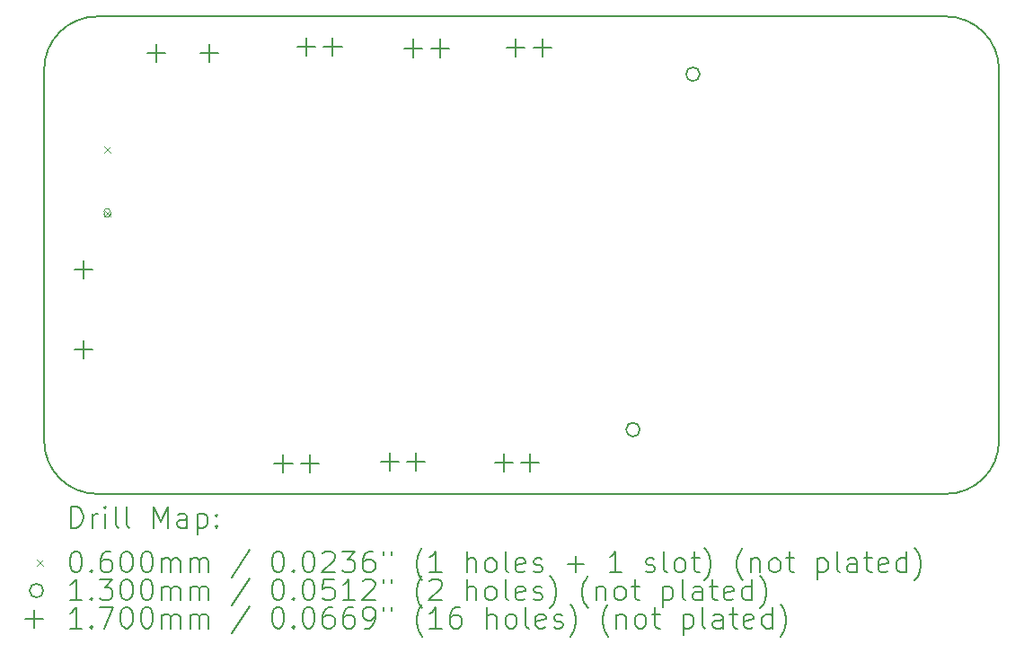
<source format=gbr>
%TF.GenerationSoftware,KiCad,Pcbnew,8.0.3*%
%TF.CreationDate,2024-07-31T22:40:02+02:00*%
%TF.ProjectId,hw-tele-stern,68772d74-656c-4652-9d73-7465726e2e6b,rev2 w/ output diodes*%
%TF.SameCoordinates,Original*%
%TF.FileFunction,Drillmap*%
%TF.FilePolarity,Positive*%
%FSLAX45Y45*%
G04 Gerber Fmt 4.5, Leading zero omitted, Abs format (unit mm)*
G04 Created by KiCad (PCBNEW 8.0.3) date 2024-07-31 22:40:02*
%MOMM*%
%LPD*%
G01*
G04 APERTURE LIST*
%ADD10C,0.155000*%
%ADD11C,0.200000*%
%ADD12C,0.100000*%
%ADD13C,0.130000*%
%ADD14C,0.170000*%
G04 APERTURE END LIST*
D10*
X8745890Y-11681382D02*
X8745890Y-8181382D01*
X17245890Y-7681382D02*
G75*
G02*
X17745888Y-8181382I1J-499998D01*
G01*
X8745890Y-8181382D02*
G75*
G02*
X9245890Y-7681379I500001J2D01*
G01*
X17745890Y-8181382D02*
X17745890Y-11681382D01*
X17245890Y-12181382D02*
X9245890Y-12181382D01*
X17745890Y-11681382D02*
G75*
G02*
X17245890Y-12181379I-500000J2D01*
G01*
X9245890Y-12181382D02*
G75*
G02*
X8745888Y-11681382I1J500002D01*
G01*
X9245890Y-7681382D02*
X17245890Y-7681382D01*
D11*
D12*
X9309000Y-8903200D02*
X9369000Y-8963200D01*
X9369000Y-8903200D02*
X9309000Y-8963200D01*
X9309000Y-9503200D02*
X9369000Y-9563200D01*
X9369000Y-9503200D02*
X9309000Y-9563200D01*
X9309000Y-9520700D02*
X9309000Y-9545700D01*
X9369000Y-9545700D02*
G75*
G02*
X9309000Y-9545700I-30000J0D01*
G01*
X9369000Y-9545700D02*
X9369000Y-9520700D01*
X9369000Y-9520700D02*
G75*
G03*
X9309000Y-9520700I-30000J0D01*
G01*
D13*
X14360889Y-11575382D02*
G75*
G02*
X14230889Y-11575382I-65000J0D01*
G01*
X14230889Y-11575382D02*
G75*
G02*
X14360889Y-11575382I65000J0D01*
G01*
X14925889Y-8225382D02*
G75*
G02*
X14795889Y-8225382I-65000J0D01*
G01*
X14795889Y-8225382D02*
G75*
G02*
X14925889Y-8225382I65000J0D01*
G01*
D14*
X9115140Y-9981382D02*
X9115140Y-10151382D01*
X9030140Y-10066382D02*
X9200140Y-10066382D01*
X9115140Y-10731382D02*
X9115140Y-10901382D01*
X9030140Y-10816382D02*
X9200140Y-10816382D01*
X9803890Y-7942382D02*
X9803890Y-8112382D01*
X9718890Y-8027382D02*
X9888890Y-8027382D01*
X10303890Y-7942382D02*
X10303890Y-8112382D01*
X10218890Y-8027382D02*
X10388890Y-8027382D01*
X11000686Y-11813636D02*
X11000686Y-11983636D01*
X10915686Y-11898636D02*
X11085686Y-11898636D01*
X11216389Y-7884132D02*
X11216389Y-8054132D01*
X11131390Y-7969132D02*
X11301389Y-7969132D01*
X11250686Y-11813636D02*
X11250686Y-11983636D01*
X11165686Y-11898636D02*
X11335686Y-11898636D01*
X11466389Y-7884132D02*
X11466389Y-8054132D01*
X11381389Y-7969132D02*
X11551389Y-7969132D01*
X12000686Y-11796136D02*
X12000686Y-11966136D01*
X11915686Y-11881136D02*
X12085686Y-11881136D01*
X12226389Y-7894132D02*
X12226389Y-8064132D01*
X12141389Y-7979132D02*
X12311389Y-7979132D01*
X12250686Y-11796136D02*
X12250686Y-11966136D01*
X12165686Y-11881136D02*
X12335686Y-11881136D01*
X12476389Y-7894132D02*
X12476389Y-8064132D01*
X12391389Y-7979132D02*
X12561389Y-7979132D01*
X13075686Y-11797636D02*
X13075686Y-11967636D01*
X12990686Y-11882636D02*
X13160686Y-11882636D01*
X13191389Y-7887132D02*
X13191389Y-8057132D01*
X13106389Y-7972132D02*
X13276389Y-7972132D01*
X13325686Y-11797636D02*
X13325686Y-11967636D01*
X13240686Y-11882636D02*
X13410686Y-11882636D01*
X13441389Y-7887132D02*
X13441389Y-8057132D01*
X13356389Y-7972132D02*
X13526389Y-7972132D01*
D11*
X8998916Y-12500616D02*
X8998916Y-12300616D01*
X8998916Y-12300616D02*
X9046535Y-12300616D01*
X9046535Y-12300616D02*
X9075107Y-12310140D01*
X9075107Y-12310140D02*
X9094154Y-12329187D01*
X9094154Y-12329187D02*
X9103678Y-12348235D01*
X9103678Y-12348235D02*
X9113202Y-12386330D01*
X9113202Y-12386330D02*
X9113202Y-12414902D01*
X9113202Y-12414902D02*
X9103678Y-12452997D01*
X9103678Y-12452997D02*
X9094154Y-12472045D01*
X9094154Y-12472045D02*
X9075107Y-12491092D01*
X9075107Y-12491092D02*
X9046535Y-12500616D01*
X9046535Y-12500616D02*
X8998916Y-12500616D01*
X9198916Y-12500616D02*
X9198916Y-12367283D01*
X9198916Y-12405378D02*
X9208440Y-12386330D01*
X9208440Y-12386330D02*
X9217964Y-12376806D01*
X9217964Y-12376806D02*
X9237012Y-12367283D01*
X9237012Y-12367283D02*
X9256059Y-12367283D01*
X9322726Y-12500616D02*
X9322726Y-12367283D01*
X9322726Y-12300616D02*
X9313202Y-12310140D01*
X9313202Y-12310140D02*
X9322726Y-12319664D01*
X9322726Y-12319664D02*
X9332250Y-12310140D01*
X9332250Y-12310140D02*
X9322726Y-12300616D01*
X9322726Y-12300616D02*
X9322726Y-12319664D01*
X9446535Y-12500616D02*
X9427488Y-12491092D01*
X9427488Y-12491092D02*
X9417964Y-12472045D01*
X9417964Y-12472045D02*
X9417964Y-12300616D01*
X9551297Y-12500616D02*
X9532250Y-12491092D01*
X9532250Y-12491092D02*
X9522726Y-12472045D01*
X9522726Y-12472045D02*
X9522726Y-12300616D01*
X9779869Y-12500616D02*
X9779869Y-12300616D01*
X9779869Y-12300616D02*
X9846535Y-12443473D01*
X9846535Y-12443473D02*
X9913202Y-12300616D01*
X9913202Y-12300616D02*
X9913202Y-12500616D01*
X10094154Y-12500616D02*
X10094154Y-12395854D01*
X10094154Y-12395854D02*
X10084631Y-12376806D01*
X10084631Y-12376806D02*
X10065583Y-12367283D01*
X10065583Y-12367283D02*
X10027488Y-12367283D01*
X10027488Y-12367283D02*
X10008440Y-12376806D01*
X10094154Y-12491092D02*
X10075107Y-12500616D01*
X10075107Y-12500616D02*
X10027488Y-12500616D01*
X10027488Y-12500616D02*
X10008440Y-12491092D01*
X10008440Y-12491092D02*
X9998916Y-12472045D01*
X9998916Y-12472045D02*
X9998916Y-12452997D01*
X9998916Y-12452997D02*
X10008440Y-12433949D01*
X10008440Y-12433949D02*
X10027488Y-12424426D01*
X10027488Y-12424426D02*
X10075107Y-12424426D01*
X10075107Y-12424426D02*
X10094154Y-12414902D01*
X10189393Y-12367283D02*
X10189393Y-12567283D01*
X10189393Y-12376806D02*
X10208440Y-12367283D01*
X10208440Y-12367283D02*
X10246535Y-12367283D01*
X10246535Y-12367283D02*
X10265583Y-12376806D01*
X10265583Y-12376806D02*
X10275107Y-12386330D01*
X10275107Y-12386330D02*
X10284631Y-12405378D01*
X10284631Y-12405378D02*
X10284631Y-12462521D01*
X10284631Y-12462521D02*
X10275107Y-12481568D01*
X10275107Y-12481568D02*
X10265583Y-12491092D01*
X10265583Y-12491092D02*
X10246535Y-12500616D01*
X10246535Y-12500616D02*
X10208440Y-12500616D01*
X10208440Y-12500616D02*
X10189393Y-12491092D01*
X10370345Y-12481568D02*
X10379869Y-12491092D01*
X10379869Y-12491092D02*
X10370345Y-12500616D01*
X10370345Y-12500616D02*
X10360821Y-12491092D01*
X10360821Y-12491092D02*
X10370345Y-12481568D01*
X10370345Y-12481568D02*
X10370345Y-12500616D01*
X10370345Y-12376806D02*
X10379869Y-12386330D01*
X10379869Y-12386330D02*
X10370345Y-12395854D01*
X10370345Y-12395854D02*
X10360821Y-12386330D01*
X10360821Y-12386330D02*
X10370345Y-12376806D01*
X10370345Y-12376806D02*
X10370345Y-12395854D01*
D12*
X8678140Y-12799132D02*
X8738140Y-12859132D01*
X8738140Y-12799132D02*
X8678140Y-12859132D01*
D11*
X9037012Y-12720616D02*
X9056059Y-12720616D01*
X9056059Y-12720616D02*
X9075107Y-12730140D01*
X9075107Y-12730140D02*
X9084631Y-12739664D01*
X9084631Y-12739664D02*
X9094154Y-12758711D01*
X9094154Y-12758711D02*
X9103678Y-12796806D01*
X9103678Y-12796806D02*
X9103678Y-12844426D01*
X9103678Y-12844426D02*
X9094154Y-12882521D01*
X9094154Y-12882521D02*
X9084631Y-12901568D01*
X9084631Y-12901568D02*
X9075107Y-12911092D01*
X9075107Y-12911092D02*
X9056059Y-12920616D01*
X9056059Y-12920616D02*
X9037012Y-12920616D01*
X9037012Y-12920616D02*
X9017964Y-12911092D01*
X9017964Y-12911092D02*
X9008440Y-12901568D01*
X9008440Y-12901568D02*
X8998916Y-12882521D01*
X8998916Y-12882521D02*
X8989393Y-12844426D01*
X8989393Y-12844426D02*
X8989393Y-12796806D01*
X8989393Y-12796806D02*
X8998916Y-12758711D01*
X8998916Y-12758711D02*
X9008440Y-12739664D01*
X9008440Y-12739664D02*
X9017964Y-12730140D01*
X9017964Y-12730140D02*
X9037012Y-12720616D01*
X9189393Y-12901568D02*
X9198916Y-12911092D01*
X9198916Y-12911092D02*
X9189393Y-12920616D01*
X9189393Y-12920616D02*
X9179869Y-12911092D01*
X9179869Y-12911092D02*
X9189393Y-12901568D01*
X9189393Y-12901568D02*
X9189393Y-12920616D01*
X9370345Y-12720616D02*
X9332250Y-12720616D01*
X9332250Y-12720616D02*
X9313202Y-12730140D01*
X9313202Y-12730140D02*
X9303678Y-12739664D01*
X9303678Y-12739664D02*
X9284631Y-12768235D01*
X9284631Y-12768235D02*
X9275107Y-12806330D01*
X9275107Y-12806330D02*
X9275107Y-12882521D01*
X9275107Y-12882521D02*
X9284631Y-12901568D01*
X9284631Y-12901568D02*
X9294154Y-12911092D01*
X9294154Y-12911092D02*
X9313202Y-12920616D01*
X9313202Y-12920616D02*
X9351297Y-12920616D01*
X9351297Y-12920616D02*
X9370345Y-12911092D01*
X9370345Y-12911092D02*
X9379869Y-12901568D01*
X9379869Y-12901568D02*
X9389393Y-12882521D01*
X9389393Y-12882521D02*
X9389393Y-12834902D01*
X9389393Y-12834902D02*
X9379869Y-12815854D01*
X9379869Y-12815854D02*
X9370345Y-12806330D01*
X9370345Y-12806330D02*
X9351297Y-12796806D01*
X9351297Y-12796806D02*
X9313202Y-12796806D01*
X9313202Y-12796806D02*
X9294154Y-12806330D01*
X9294154Y-12806330D02*
X9284631Y-12815854D01*
X9284631Y-12815854D02*
X9275107Y-12834902D01*
X9513202Y-12720616D02*
X9532250Y-12720616D01*
X9532250Y-12720616D02*
X9551297Y-12730140D01*
X9551297Y-12730140D02*
X9560821Y-12739664D01*
X9560821Y-12739664D02*
X9570345Y-12758711D01*
X9570345Y-12758711D02*
X9579869Y-12796806D01*
X9579869Y-12796806D02*
X9579869Y-12844426D01*
X9579869Y-12844426D02*
X9570345Y-12882521D01*
X9570345Y-12882521D02*
X9560821Y-12901568D01*
X9560821Y-12901568D02*
X9551297Y-12911092D01*
X9551297Y-12911092D02*
X9532250Y-12920616D01*
X9532250Y-12920616D02*
X9513202Y-12920616D01*
X9513202Y-12920616D02*
X9494154Y-12911092D01*
X9494154Y-12911092D02*
X9484631Y-12901568D01*
X9484631Y-12901568D02*
X9475107Y-12882521D01*
X9475107Y-12882521D02*
X9465583Y-12844426D01*
X9465583Y-12844426D02*
X9465583Y-12796806D01*
X9465583Y-12796806D02*
X9475107Y-12758711D01*
X9475107Y-12758711D02*
X9484631Y-12739664D01*
X9484631Y-12739664D02*
X9494154Y-12730140D01*
X9494154Y-12730140D02*
X9513202Y-12720616D01*
X9703678Y-12720616D02*
X9722726Y-12720616D01*
X9722726Y-12720616D02*
X9741774Y-12730140D01*
X9741774Y-12730140D02*
X9751297Y-12739664D01*
X9751297Y-12739664D02*
X9760821Y-12758711D01*
X9760821Y-12758711D02*
X9770345Y-12796806D01*
X9770345Y-12796806D02*
X9770345Y-12844426D01*
X9770345Y-12844426D02*
X9760821Y-12882521D01*
X9760821Y-12882521D02*
X9751297Y-12901568D01*
X9751297Y-12901568D02*
X9741774Y-12911092D01*
X9741774Y-12911092D02*
X9722726Y-12920616D01*
X9722726Y-12920616D02*
X9703678Y-12920616D01*
X9703678Y-12920616D02*
X9684631Y-12911092D01*
X9684631Y-12911092D02*
X9675107Y-12901568D01*
X9675107Y-12901568D02*
X9665583Y-12882521D01*
X9665583Y-12882521D02*
X9656059Y-12844426D01*
X9656059Y-12844426D02*
X9656059Y-12796806D01*
X9656059Y-12796806D02*
X9665583Y-12758711D01*
X9665583Y-12758711D02*
X9675107Y-12739664D01*
X9675107Y-12739664D02*
X9684631Y-12730140D01*
X9684631Y-12730140D02*
X9703678Y-12720616D01*
X9856059Y-12920616D02*
X9856059Y-12787283D01*
X9856059Y-12806330D02*
X9865583Y-12796806D01*
X9865583Y-12796806D02*
X9884631Y-12787283D01*
X9884631Y-12787283D02*
X9913202Y-12787283D01*
X9913202Y-12787283D02*
X9932250Y-12796806D01*
X9932250Y-12796806D02*
X9941774Y-12815854D01*
X9941774Y-12815854D02*
X9941774Y-12920616D01*
X9941774Y-12815854D02*
X9951297Y-12796806D01*
X9951297Y-12796806D02*
X9970345Y-12787283D01*
X9970345Y-12787283D02*
X9998916Y-12787283D01*
X9998916Y-12787283D02*
X10017964Y-12796806D01*
X10017964Y-12796806D02*
X10027488Y-12815854D01*
X10027488Y-12815854D02*
X10027488Y-12920616D01*
X10122726Y-12920616D02*
X10122726Y-12787283D01*
X10122726Y-12806330D02*
X10132250Y-12796806D01*
X10132250Y-12796806D02*
X10151297Y-12787283D01*
X10151297Y-12787283D02*
X10179869Y-12787283D01*
X10179869Y-12787283D02*
X10198916Y-12796806D01*
X10198916Y-12796806D02*
X10208440Y-12815854D01*
X10208440Y-12815854D02*
X10208440Y-12920616D01*
X10208440Y-12815854D02*
X10217964Y-12796806D01*
X10217964Y-12796806D02*
X10237012Y-12787283D01*
X10237012Y-12787283D02*
X10265583Y-12787283D01*
X10265583Y-12787283D02*
X10284631Y-12796806D01*
X10284631Y-12796806D02*
X10294155Y-12815854D01*
X10294155Y-12815854D02*
X10294155Y-12920616D01*
X10684631Y-12711092D02*
X10513202Y-12968235D01*
X10941774Y-12720616D02*
X10960821Y-12720616D01*
X10960821Y-12720616D02*
X10979869Y-12730140D01*
X10979869Y-12730140D02*
X10989393Y-12739664D01*
X10989393Y-12739664D02*
X10998917Y-12758711D01*
X10998917Y-12758711D02*
X11008440Y-12796806D01*
X11008440Y-12796806D02*
X11008440Y-12844426D01*
X11008440Y-12844426D02*
X10998917Y-12882521D01*
X10998917Y-12882521D02*
X10989393Y-12901568D01*
X10989393Y-12901568D02*
X10979869Y-12911092D01*
X10979869Y-12911092D02*
X10960821Y-12920616D01*
X10960821Y-12920616D02*
X10941774Y-12920616D01*
X10941774Y-12920616D02*
X10922726Y-12911092D01*
X10922726Y-12911092D02*
X10913202Y-12901568D01*
X10913202Y-12901568D02*
X10903678Y-12882521D01*
X10903678Y-12882521D02*
X10894155Y-12844426D01*
X10894155Y-12844426D02*
X10894155Y-12796806D01*
X10894155Y-12796806D02*
X10903678Y-12758711D01*
X10903678Y-12758711D02*
X10913202Y-12739664D01*
X10913202Y-12739664D02*
X10922726Y-12730140D01*
X10922726Y-12730140D02*
X10941774Y-12720616D01*
X11094155Y-12901568D02*
X11103678Y-12911092D01*
X11103678Y-12911092D02*
X11094155Y-12920616D01*
X11094155Y-12920616D02*
X11084631Y-12911092D01*
X11084631Y-12911092D02*
X11094155Y-12901568D01*
X11094155Y-12901568D02*
X11094155Y-12920616D01*
X11227488Y-12720616D02*
X11246536Y-12720616D01*
X11246536Y-12720616D02*
X11265583Y-12730140D01*
X11265583Y-12730140D02*
X11275107Y-12739664D01*
X11275107Y-12739664D02*
X11284631Y-12758711D01*
X11284631Y-12758711D02*
X11294155Y-12796806D01*
X11294155Y-12796806D02*
X11294155Y-12844426D01*
X11294155Y-12844426D02*
X11284631Y-12882521D01*
X11284631Y-12882521D02*
X11275107Y-12901568D01*
X11275107Y-12901568D02*
X11265583Y-12911092D01*
X11265583Y-12911092D02*
X11246536Y-12920616D01*
X11246536Y-12920616D02*
X11227488Y-12920616D01*
X11227488Y-12920616D02*
X11208440Y-12911092D01*
X11208440Y-12911092D02*
X11198916Y-12901568D01*
X11198916Y-12901568D02*
X11189393Y-12882521D01*
X11189393Y-12882521D02*
X11179869Y-12844426D01*
X11179869Y-12844426D02*
X11179869Y-12796806D01*
X11179869Y-12796806D02*
X11189393Y-12758711D01*
X11189393Y-12758711D02*
X11198916Y-12739664D01*
X11198916Y-12739664D02*
X11208440Y-12730140D01*
X11208440Y-12730140D02*
X11227488Y-12720616D01*
X11370345Y-12739664D02*
X11379869Y-12730140D01*
X11379869Y-12730140D02*
X11398916Y-12720616D01*
X11398916Y-12720616D02*
X11446536Y-12720616D01*
X11446536Y-12720616D02*
X11465583Y-12730140D01*
X11465583Y-12730140D02*
X11475107Y-12739664D01*
X11475107Y-12739664D02*
X11484631Y-12758711D01*
X11484631Y-12758711D02*
X11484631Y-12777759D01*
X11484631Y-12777759D02*
X11475107Y-12806330D01*
X11475107Y-12806330D02*
X11360821Y-12920616D01*
X11360821Y-12920616D02*
X11484631Y-12920616D01*
X11551297Y-12720616D02*
X11675107Y-12720616D01*
X11675107Y-12720616D02*
X11608440Y-12796806D01*
X11608440Y-12796806D02*
X11637012Y-12796806D01*
X11637012Y-12796806D02*
X11656059Y-12806330D01*
X11656059Y-12806330D02*
X11665583Y-12815854D01*
X11665583Y-12815854D02*
X11675107Y-12834902D01*
X11675107Y-12834902D02*
X11675107Y-12882521D01*
X11675107Y-12882521D02*
X11665583Y-12901568D01*
X11665583Y-12901568D02*
X11656059Y-12911092D01*
X11656059Y-12911092D02*
X11637012Y-12920616D01*
X11637012Y-12920616D02*
X11579869Y-12920616D01*
X11579869Y-12920616D02*
X11560821Y-12911092D01*
X11560821Y-12911092D02*
X11551297Y-12901568D01*
X11846536Y-12720616D02*
X11808440Y-12720616D01*
X11808440Y-12720616D02*
X11789393Y-12730140D01*
X11789393Y-12730140D02*
X11779869Y-12739664D01*
X11779869Y-12739664D02*
X11760821Y-12768235D01*
X11760821Y-12768235D02*
X11751297Y-12806330D01*
X11751297Y-12806330D02*
X11751297Y-12882521D01*
X11751297Y-12882521D02*
X11760821Y-12901568D01*
X11760821Y-12901568D02*
X11770345Y-12911092D01*
X11770345Y-12911092D02*
X11789393Y-12920616D01*
X11789393Y-12920616D02*
X11827488Y-12920616D01*
X11827488Y-12920616D02*
X11846536Y-12911092D01*
X11846536Y-12911092D02*
X11856059Y-12901568D01*
X11856059Y-12901568D02*
X11865583Y-12882521D01*
X11865583Y-12882521D02*
X11865583Y-12834902D01*
X11865583Y-12834902D02*
X11856059Y-12815854D01*
X11856059Y-12815854D02*
X11846536Y-12806330D01*
X11846536Y-12806330D02*
X11827488Y-12796806D01*
X11827488Y-12796806D02*
X11789393Y-12796806D01*
X11789393Y-12796806D02*
X11770345Y-12806330D01*
X11770345Y-12806330D02*
X11760821Y-12815854D01*
X11760821Y-12815854D02*
X11751297Y-12834902D01*
X11941774Y-12720616D02*
X11941774Y-12758711D01*
X12017964Y-12720616D02*
X12017964Y-12758711D01*
X12313202Y-12996806D02*
X12303678Y-12987283D01*
X12303678Y-12987283D02*
X12284631Y-12958711D01*
X12284631Y-12958711D02*
X12275107Y-12939664D01*
X12275107Y-12939664D02*
X12265583Y-12911092D01*
X12265583Y-12911092D02*
X12256059Y-12863473D01*
X12256059Y-12863473D02*
X12256059Y-12825378D01*
X12256059Y-12825378D02*
X12265583Y-12777759D01*
X12265583Y-12777759D02*
X12275107Y-12749187D01*
X12275107Y-12749187D02*
X12284631Y-12730140D01*
X12284631Y-12730140D02*
X12303678Y-12701568D01*
X12303678Y-12701568D02*
X12313202Y-12692045D01*
X12494155Y-12920616D02*
X12379869Y-12920616D01*
X12437012Y-12920616D02*
X12437012Y-12720616D01*
X12437012Y-12720616D02*
X12417964Y-12749187D01*
X12417964Y-12749187D02*
X12398917Y-12768235D01*
X12398917Y-12768235D02*
X12379869Y-12777759D01*
X12732250Y-12920616D02*
X12732250Y-12720616D01*
X12817964Y-12920616D02*
X12817964Y-12815854D01*
X12817964Y-12815854D02*
X12808440Y-12796806D01*
X12808440Y-12796806D02*
X12789393Y-12787283D01*
X12789393Y-12787283D02*
X12760821Y-12787283D01*
X12760821Y-12787283D02*
X12741774Y-12796806D01*
X12741774Y-12796806D02*
X12732250Y-12806330D01*
X12941774Y-12920616D02*
X12922726Y-12911092D01*
X12922726Y-12911092D02*
X12913202Y-12901568D01*
X12913202Y-12901568D02*
X12903679Y-12882521D01*
X12903679Y-12882521D02*
X12903679Y-12825378D01*
X12903679Y-12825378D02*
X12913202Y-12806330D01*
X12913202Y-12806330D02*
X12922726Y-12796806D01*
X12922726Y-12796806D02*
X12941774Y-12787283D01*
X12941774Y-12787283D02*
X12970345Y-12787283D01*
X12970345Y-12787283D02*
X12989393Y-12796806D01*
X12989393Y-12796806D02*
X12998917Y-12806330D01*
X12998917Y-12806330D02*
X13008440Y-12825378D01*
X13008440Y-12825378D02*
X13008440Y-12882521D01*
X13008440Y-12882521D02*
X12998917Y-12901568D01*
X12998917Y-12901568D02*
X12989393Y-12911092D01*
X12989393Y-12911092D02*
X12970345Y-12920616D01*
X12970345Y-12920616D02*
X12941774Y-12920616D01*
X13122726Y-12920616D02*
X13103679Y-12911092D01*
X13103679Y-12911092D02*
X13094155Y-12892045D01*
X13094155Y-12892045D02*
X13094155Y-12720616D01*
X13275107Y-12911092D02*
X13256060Y-12920616D01*
X13256060Y-12920616D02*
X13217964Y-12920616D01*
X13217964Y-12920616D02*
X13198917Y-12911092D01*
X13198917Y-12911092D02*
X13189393Y-12892045D01*
X13189393Y-12892045D02*
X13189393Y-12815854D01*
X13189393Y-12815854D02*
X13198917Y-12796806D01*
X13198917Y-12796806D02*
X13217964Y-12787283D01*
X13217964Y-12787283D02*
X13256060Y-12787283D01*
X13256060Y-12787283D02*
X13275107Y-12796806D01*
X13275107Y-12796806D02*
X13284631Y-12815854D01*
X13284631Y-12815854D02*
X13284631Y-12834902D01*
X13284631Y-12834902D02*
X13189393Y-12853949D01*
X13360821Y-12911092D02*
X13379869Y-12920616D01*
X13379869Y-12920616D02*
X13417964Y-12920616D01*
X13417964Y-12920616D02*
X13437012Y-12911092D01*
X13437012Y-12911092D02*
X13446536Y-12892045D01*
X13446536Y-12892045D02*
X13446536Y-12882521D01*
X13446536Y-12882521D02*
X13437012Y-12863473D01*
X13437012Y-12863473D02*
X13417964Y-12853949D01*
X13417964Y-12853949D02*
X13389393Y-12853949D01*
X13389393Y-12853949D02*
X13370345Y-12844426D01*
X13370345Y-12844426D02*
X13360821Y-12825378D01*
X13360821Y-12825378D02*
X13360821Y-12815854D01*
X13360821Y-12815854D02*
X13370345Y-12796806D01*
X13370345Y-12796806D02*
X13389393Y-12787283D01*
X13389393Y-12787283D02*
X13417964Y-12787283D01*
X13417964Y-12787283D02*
X13437012Y-12796806D01*
X13684631Y-12844426D02*
X13837012Y-12844426D01*
X13760822Y-12920616D02*
X13760822Y-12768235D01*
X14189393Y-12920616D02*
X14075107Y-12920616D01*
X14132250Y-12920616D02*
X14132250Y-12720616D01*
X14132250Y-12720616D02*
X14113202Y-12749187D01*
X14113202Y-12749187D02*
X14094155Y-12768235D01*
X14094155Y-12768235D02*
X14075107Y-12777759D01*
X14417964Y-12911092D02*
X14437012Y-12920616D01*
X14437012Y-12920616D02*
X14475107Y-12920616D01*
X14475107Y-12920616D02*
X14494155Y-12911092D01*
X14494155Y-12911092D02*
X14503679Y-12892045D01*
X14503679Y-12892045D02*
X14503679Y-12882521D01*
X14503679Y-12882521D02*
X14494155Y-12863473D01*
X14494155Y-12863473D02*
X14475107Y-12853949D01*
X14475107Y-12853949D02*
X14446536Y-12853949D01*
X14446536Y-12853949D02*
X14427488Y-12844426D01*
X14427488Y-12844426D02*
X14417964Y-12825378D01*
X14417964Y-12825378D02*
X14417964Y-12815854D01*
X14417964Y-12815854D02*
X14427488Y-12796806D01*
X14427488Y-12796806D02*
X14446536Y-12787283D01*
X14446536Y-12787283D02*
X14475107Y-12787283D01*
X14475107Y-12787283D02*
X14494155Y-12796806D01*
X14617964Y-12920616D02*
X14598917Y-12911092D01*
X14598917Y-12911092D02*
X14589393Y-12892045D01*
X14589393Y-12892045D02*
X14589393Y-12720616D01*
X14722726Y-12920616D02*
X14703679Y-12911092D01*
X14703679Y-12911092D02*
X14694155Y-12901568D01*
X14694155Y-12901568D02*
X14684631Y-12882521D01*
X14684631Y-12882521D02*
X14684631Y-12825378D01*
X14684631Y-12825378D02*
X14694155Y-12806330D01*
X14694155Y-12806330D02*
X14703679Y-12796806D01*
X14703679Y-12796806D02*
X14722726Y-12787283D01*
X14722726Y-12787283D02*
X14751298Y-12787283D01*
X14751298Y-12787283D02*
X14770345Y-12796806D01*
X14770345Y-12796806D02*
X14779869Y-12806330D01*
X14779869Y-12806330D02*
X14789393Y-12825378D01*
X14789393Y-12825378D02*
X14789393Y-12882521D01*
X14789393Y-12882521D02*
X14779869Y-12901568D01*
X14779869Y-12901568D02*
X14770345Y-12911092D01*
X14770345Y-12911092D02*
X14751298Y-12920616D01*
X14751298Y-12920616D02*
X14722726Y-12920616D01*
X14846536Y-12787283D02*
X14922726Y-12787283D01*
X14875107Y-12720616D02*
X14875107Y-12892045D01*
X14875107Y-12892045D02*
X14884631Y-12911092D01*
X14884631Y-12911092D02*
X14903679Y-12920616D01*
X14903679Y-12920616D02*
X14922726Y-12920616D01*
X14970345Y-12996806D02*
X14979869Y-12987283D01*
X14979869Y-12987283D02*
X14998917Y-12958711D01*
X14998917Y-12958711D02*
X15008441Y-12939664D01*
X15008441Y-12939664D02*
X15017964Y-12911092D01*
X15017964Y-12911092D02*
X15027488Y-12863473D01*
X15027488Y-12863473D02*
X15027488Y-12825378D01*
X15027488Y-12825378D02*
X15017964Y-12777759D01*
X15017964Y-12777759D02*
X15008441Y-12749187D01*
X15008441Y-12749187D02*
X14998917Y-12730140D01*
X14998917Y-12730140D02*
X14979869Y-12701568D01*
X14979869Y-12701568D02*
X14970345Y-12692045D01*
X15332250Y-12996806D02*
X15322726Y-12987283D01*
X15322726Y-12987283D02*
X15303679Y-12958711D01*
X15303679Y-12958711D02*
X15294155Y-12939664D01*
X15294155Y-12939664D02*
X15284631Y-12911092D01*
X15284631Y-12911092D02*
X15275107Y-12863473D01*
X15275107Y-12863473D02*
X15275107Y-12825378D01*
X15275107Y-12825378D02*
X15284631Y-12777759D01*
X15284631Y-12777759D02*
X15294155Y-12749187D01*
X15294155Y-12749187D02*
X15303679Y-12730140D01*
X15303679Y-12730140D02*
X15322726Y-12701568D01*
X15322726Y-12701568D02*
X15332250Y-12692045D01*
X15408441Y-12787283D02*
X15408441Y-12920616D01*
X15408441Y-12806330D02*
X15417964Y-12796806D01*
X15417964Y-12796806D02*
X15437012Y-12787283D01*
X15437012Y-12787283D02*
X15465584Y-12787283D01*
X15465584Y-12787283D02*
X15484631Y-12796806D01*
X15484631Y-12796806D02*
X15494155Y-12815854D01*
X15494155Y-12815854D02*
X15494155Y-12920616D01*
X15617964Y-12920616D02*
X15598917Y-12911092D01*
X15598917Y-12911092D02*
X15589393Y-12901568D01*
X15589393Y-12901568D02*
X15579869Y-12882521D01*
X15579869Y-12882521D02*
X15579869Y-12825378D01*
X15579869Y-12825378D02*
X15589393Y-12806330D01*
X15589393Y-12806330D02*
X15598917Y-12796806D01*
X15598917Y-12796806D02*
X15617964Y-12787283D01*
X15617964Y-12787283D02*
X15646536Y-12787283D01*
X15646536Y-12787283D02*
X15665584Y-12796806D01*
X15665584Y-12796806D02*
X15675107Y-12806330D01*
X15675107Y-12806330D02*
X15684631Y-12825378D01*
X15684631Y-12825378D02*
X15684631Y-12882521D01*
X15684631Y-12882521D02*
X15675107Y-12901568D01*
X15675107Y-12901568D02*
X15665584Y-12911092D01*
X15665584Y-12911092D02*
X15646536Y-12920616D01*
X15646536Y-12920616D02*
X15617964Y-12920616D01*
X15741774Y-12787283D02*
X15817964Y-12787283D01*
X15770345Y-12720616D02*
X15770345Y-12892045D01*
X15770345Y-12892045D02*
X15779869Y-12911092D01*
X15779869Y-12911092D02*
X15798917Y-12920616D01*
X15798917Y-12920616D02*
X15817964Y-12920616D01*
X16037012Y-12787283D02*
X16037012Y-12987283D01*
X16037012Y-12796806D02*
X16056060Y-12787283D01*
X16056060Y-12787283D02*
X16094155Y-12787283D01*
X16094155Y-12787283D02*
X16113203Y-12796806D01*
X16113203Y-12796806D02*
X16122726Y-12806330D01*
X16122726Y-12806330D02*
X16132250Y-12825378D01*
X16132250Y-12825378D02*
X16132250Y-12882521D01*
X16132250Y-12882521D02*
X16122726Y-12901568D01*
X16122726Y-12901568D02*
X16113203Y-12911092D01*
X16113203Y-12911092D02*
X16094155Y-12920616D01*
X16094155Y-12920616D02*
X16056060Y-12920616D01*
X16056060Y-12920616D02*
X16037012Y-12911092D01*
X16246536Y-12920616D02*
X16227488Y-12911092D01*
X16227488Y-12911092D02*
X16217965Y-12892045D01*
X16217965Y-12892045D02*
X16217965Y-12720616D01*
X16408441Y-12920616D02*
X16408441Y-12815854D01*
X16408441Y-12815854D02*
X16398917Y-12796806D01*
X16398917Y-12796806D02*
X16379869Y-12787283D01*
X16379869Y-12787283D02*
X16341774Y-12787283D01*
X16341774Y-12787283D02*
X16322726Y-12796806D01*
X16408441Y-12911092D02*
X16389393Y-12920616D01*
X16389393Y-12920616D02*
X16341774Y-12920616D01*
X16341774Y-12920616D02*
X16322726Y-12911092D01*
X16322726Y-12911092D02*
X16313203Y-12892045D01*
X16313203Y-12892045D02*
X16313203Y-12872997D01*
X16313203Y-12872997D02*
X16322726Y-12853949D01*
X16322726Y-12853949D02*
X16341774Y-12844426D01*
X16341774Y-12844426D02*
X16389393Y-12844426D01*
X16389393Y-12844426D02*
X16408441Y-12834902D01*
X16475107Y-12787283D02*
X16551298Y-12787283D01*
X16503679Y-12720616D02*
X16503679Y-12892045D01*
X16503679Y-12892045D02*
X16513203Y-12911092D01*
X16513203Y-12911092D02*
X16532250Y-12920616D01*
X16532250Y-12920616D02*
X16551298Y-12920616D01*
X16694155Y-12911092D02*
X16675107Y-12920616D01*
X16675107Y-12920616D02*
X16637012Y-12920616D01*
X16637012Y-12920616D02*
X16617965Y-12911092D01*
X16617965Y-12911092D02*
X16608441Y-12892045D01*
X16608441Y-12892045D02*
X16608441Y-12815854D01*
X16608441Y-12815854D02*
X16617965Y-12796806D01*
X16617965Y-12796806D02*
X16637012Y-12787283D01*
X16637012Y-12787283D02*
X16675107Y-12787283D01*
X16675107Y-12787283D02*
X16694155Y-12796806D01*
X16694155Y-12796806D02*
X16703679Y-12815854D01*
X16703679Y-12815854D02*
X16703679Y-12834902D01*
X16703679Y-12834902D02*
X16608441Y-12853949D01*
X16875108Y-12920616D02*
X16875108Y-12720616D01*
X16875108Y-12911092D02*
X16856060Y-12920616D01*
X16856060Y-12920616D02*
X16817965Y-12920616D01*
X16817965Y-12920616D02*
X16798917Y-12911092D01*
X16798917Y-12911092D02*
X16789393Y-12901568D01*
X16789393Y-12901568D02*
X16779869Y-12882521D01*
X16779869Y-12882521D02*
X16779869Y-12825378D01*
X16779869Y-12825378D02*
X16789393Y-12806330D01*
X16789393Y-12806330D02*
X16798917Y-12796806D01*
X16798917Y-12796806D02*
X16817965Y-12787283D01*
X16817965Y-12787283D02*
X16856060Y-12787283D01*
X16856060Y-12787283D02*
X16875108Y-12796806D01*
X16951298Y-12996806D02*
X16960822Y-12987283D01*
X16960822Y-12987283D02*
X16979869Y-12958711D01*
X16979869Y-12958711D02*
X16989393Y-12939664D01*
X16989393Y-12939664D02*
X16998917Y-12911092D01*
X16998917Y-12911092D02*
X17008441Y-12863473D01*
X17008441Y-12863473D02*
X17008441Y-12825378D01*
X17008441Y-12825378D02*
X16998917Y-12777759D01*
X16998917Y-12777759D02*
X16989393Y-12749187D01*
X16989393Y-12749187D02*
X16979869Y-12730140D01*
X16979869Y-12730140D02*
X16960822Y-12701568D01*
X16960822Y-12701568D02*
X16951298Y-12692045D01*
D13*
X8738140Y-13093132D02*
G75*
G02*
X8608140Y-13093132I-65000J0D01*
G01*
X8608140Y-13093132D02*
G75*
G02*
X8738140Y-13093132I65000J0D01*
G01*
D11*
X9103678Y-13184616D02*
X8989393Y-13184616D01*
X9046535Y-13184616D02*
X9046535Y-12984616D01*
X9046535Y-12984616D02*
X9027488Y-13013187D01*
X9027488Y-13013187D02*
X9008440Y-13032235D01*
X9008440Y-13032235D02*
X8989393Y-13041759D01*
X9189393Y-13165568D02*
X9198916Y-13175092D01*
X9198916Y-13175092D02*
X9189393Y-13184616D01*
X9189393Y-13184616D02*
X9179869Y-13175092D01*
X9179869Y-13175092D02*
X9189393Y-13165568D01*
X9189393Y-13165568D02*
X9189393Y-13184616D01*
X9265583Y-12984616D02*
X9389393Y-12984616D01*
X9389393Y-12984616D02*
X9322726Y-13060806D01*
X9322726Y-13060806D02*
X9351297Y-13060806D01*
X9351297Y-13060806D02*
X9370345Y-13070330D01*
X9370345Y-13070330D02*
X9379869Y-13079854D01*
X9379869Y-13079854D02*
X9389393Y-13098902D01*
X9389393Y-13098902D02*
X9389393Y-13146521D01*
X9389393Y-13146521D02*
X9379869Y-13165568D01*
X9379869Y-13165568D02*
X9370345Y-13175092D01*
X9370345Y-13175092D02*
X9351297Y-13184616D01*
X9351297Y-13184616D02*
X9294154Y-13184616D01*
X9294154Y-13184616D02*
X9275107Y-13175092D01*
X9275107Y-13175092D02*
X9265583Y-13165568D01*
X9513202Y-12984616D02*
X9532250Y-12984616D01*
X9532250Y-12984616D02*
X9551297Y-12994140D01*
X9551297Y-12994140D02*
X9560821Y-13003664D01*
X9560821Y-13003664D02*
X9570345Y-13022711D01*
X9570345Y-13022711D02*
X9579869Y-13060806D01*
X9579869Y-13060806D02*
X9579869Y-13108426D01*
X9579869Y-13108426D02*
X9570345Y-13146521D01*
X9570345Y-13146521D02*
X9560821Y-13165568D01*
X9560821Y-13165568D02*
X9551297Y-13175092D01*
X9551297Y-13175092D02*
X9532250Y-13184616D01*
X9532250Y-13184616D02*
X9513202Y-13184616D01*
X9513202Y-13184616D02*
X9494154Y-13175092D01*
X9494154Y-13175092D02*
X9484631Y-13165568D01*
X9484631Y-13165568D02*
X9475107Y-13146521D01*
X9475107Y-13146521D02*
X9465583Y-13108426D01*
X9465583Y-13108426D02*
X9465583Y-13060806D01*
X9465583Y-13060806D02*
X9475107Y-13022711D01*
X9475107Y-13022711D02*
X9484631Y-13003664D01*
X9484631Y-13003664D02*
X9494154Y-12994140D01*
X9494154Y-12994140D02*
X9513202Y-12984616D01*
X9703678Y-12984616D02*
X9722726Y-12984616D01*
X9722726Y-12984616D02*
X9741774Y-12994140D01*
X9741774Y-12994140D02*
X9751297Y-13003664D01*
X9751297Y-13003664D02*
X9760821Y-13022711D01*
X9760821Y-13022711D02*
X9770345Y-13060806D01*
X9770345Y-13060806D02*
X9770345Y-13108426D01*
X9770345Y-13108426D02*
X9760821Y-13146521D01*
X9760821Y-13146521D02*
X9751297Y-13165568D01*
X9751297Y-13165568D02*
X9741774Y-13175092D01*
X9741774Y-13175092D02*
X9722726Y-13184616D01*
X9722726Y-13184616D02*
X9703678Y-13184616D01*
X9703678Y-13184616D02*
X9684631Y-13175092D01*
X9684631Y-13175092D02*
X9675107Y-13165568D01*
X9675107Y-13165568D02*
X9665583Y-13146521D01*
X9665583Y-13146521D02*
X9656059Y-13108426D01*
X9656059Y-13108426D02*
X9656059Y-13060806D01*
X9656059Y-13060806D02*
X9665583Y-13022711D01*
X9665583Y-13022711D02*
X9675107Y-13003664D01*
X9675107Y-13003664D02*
X9684631Y-12994140D01*
X9684631Y-12994140D02*
X9703678Y-12984616D01*
X9856059Y-13184616D02*
X9856059Y-13051283D01*
X9856059Y-13070330D02*
X9865583Y-13060806D01*
X9865583Y-13060806D02*
X9884631Y-13051283D01*
X9884631Y-13051283D02*
X9913202Y-13051283D01*
X9913202Y-13051283D02*
X9932250Y-13060806D01*
X9932250Y-13060806D02*
X9941774Y-13079854D01*
X9941774Y-13079854D02*
X9941774Y-13184616D01*
X9941774Y-13079854D02*
X9951297Y-13060806D01*
X9951297Y-13060806D02*
X9970345Y-13051283D01*
X9970345Y-13051283D02*
X9998916Y-13051283D01*
X9998916Y-13051283D02*
X10017964Y-13060806D01*
X10017964Y-13060806D02*
X10027488Y-13079854D01*
X10027488Y-13079854D02*
X10027488Y-13184616D01*
X10122726Y-13184616D02*
X10122726Y-13051283D01*
X10122726Y-13070330D02*
X10132250Y-13060806D01*
X10132250Y-13060806D02*
X10151297Y-13051283D01*
X10151297Y-13051283D02*
X10179869Y-13051283D01*
X10179869Y-13051283D02*
X10198916Y-13060806D01*
X10198916Y-13060806D02*
X10208440Y-13079854D01*
X10208440Y-13079854D02*
X10208440Y-13184616D01*
X10208440Y-13079854D02*
X10217964Y-13060806D01*
X10217964Y-13060806D02*
X10237012Y-13051283D01*
X10237012Y-13051283D02*
X10265583Y-13051283D01*
X10265583Y-13051283D02*
X10284631Y-13060806D01*
X10284631Y-13060806D02*
X10294155Y-13079854D01*
X10294155Y-13079854D02*
X10294155Y-13184616D01*
X10684631Y-12975092D02*
X10513202Y-13232235D01*
X10941774Y-12984616D02*
X10960821Y-12984616D01*
X10960821Y-12984616D02*
X10979869Y-12994140D01*
X10979869Y-12994140D02*
X10989393Y-13003664D01*
X10989393Y-13003664D02*
X10998917Y-13022711D01*
X10998917Y-13022711D02*
X11008440Y-13060806D01*
X11008440Y-13060806D02*
X11008440Y-13108426D01*
X11008440Y-13108426D02*
X10998917Y-13146521D01*
X10998917Y-13146521D02*
X10989393Y-13165568D01*
X10989393Y-13165568D02*
X10979869Y-13175092D01*
X10979869Y-13175092D02*
X10960821Y-13184616D01*
X10960821Y-13184616D02*
X10941774Y-13184616D01*
X10941774Y-13184616D02*
X10922726Y-13175092D01*
X10922726Y-13175092D02*
X10913202Y-13165568D01*
X10913202Y-13165568D02*
X10903678Y-13146521D01*
X10903678Y-13146521D02*
X10894155Y-13108426D01*
X10894155Y-13108426D02*
X10894155Y-13060806D01*
X10894155Y-13060806D02*
X10903678Y-13022711D01*
X10903678Y-13022711D02*
X10913202Y-13003664D01*
X10913202Y-13003664D02*
X10922726Y-12994140D01*
X10922726Y-12994140D02*
X10941774Y-12984616D01*
X11094155Y-13165568D02*
X11103678Y-13175092D01*
X11103678Y-13175092D02*
X11094155Y-13184616D01*
X11094155Y-13184616D02*
X11084631Y-13175092D01*
X11084631Y-13175092D02*
X11094155Y-13165568D01*
X11094155Y-13165568D02*
X11094155Y-13184616D01*
X11227488Y-12984616D02*
X11246536Y-12984616D01*
X11246536Y-12984616D02*
X11265583Y-12994140D01*
X11265583Y-12994140D02*
X11275107Y-13003664D01*
X11275107Y-13003664D02*
X11284631Y-13022711D01*
X11284631Y-13022711D02*
X11294155Y-13060806D01*
X11294155Y-13060806D02*
X11294155Y-13108426D01*
X11294155Y-13108426D02*
X11284631Y-13146521D01*
X11284631Y-13146521D02*
X11275107Y-13165568D01*
X11275107Y-13165568D02*
X11265583Y-13175092D01*
X11265583Y-13175092D02*
X11246536Y-13184616D01*
X11246536Y-13184616D02*
X11227488Y-13184616D01*
X11227488Y-13184616D02*
X11208440Y-13175092D01*
X11208440Y-13175092D02*
X11198916Y-13165568D01*
X11198916Y-13165568D02*
X11189393Y-13146521D01*
X11189393Y-13146521D02*
X11179869Y-13108426D01*
X11179869Y-13108426D02*
X11179869Y-13060806D01*
X11179869Y-13060806D02*
X11189393Y-13022711D01*
X11189393Y-13022711D02*
X11198916Y-13003664D01*
X11198916Y-13003664D02*
X11208440Y-12994140D01*
X11208440Y-12994140D02*
X11227488Y-12984616D01*
X11475107Y-12984616D02*
X11379869Y-12984616D01*
X11379869Y-12984616D02*
X11370345Y-13079854D01*
X11370345Y-13079854D02*
X11379869Y-13070330D01*
X11379869Y-13070330D02*
X11398916Y-13060806D01*
X11398916Y-13060806D02*
X11446536Y-13060806D01*
X11446536Y-13060806D02*
X11465583Y-13070330D01*
X11465583Y-13070330D02*
X11475107Y-13079854D01*
X11475107Y-13079854D02*
X11484631Y-13098902D01*
X11484631Y-13098902D02*
X11484631Y-13146521D01*
X11484631Y-13146521D02*
X11475107Y-13165568D01*
X11475107Y-13165568D02*
X11465583Y-13175092D01*
X11465583Y-13175092D02*
X11446536Y-13184616D01*
X11446536Y-13184616D02*
X11398916Y-13184616D01*
X11398916Y-13184616D02*
X11379869Y-13175092D01*
X11379869Y-13175092D02*
X11370345Y-13165568D01*
X11675107Y-13184616D02*
X11560821Y-13184616D01*
X11617964Y-13184616D02*
X11617964Y-12984616D01*
X11617964Y-12984616D02*
X11598916Y-13013187D01*
X11598916Y-13013187D02*
X11579869Y-13032235D01*
X11579869Y-13032235D02*
X11560821Y-13041759D01*
X11751297Y-13003664D02*
X11760821Y-12994140D01*
X11760821Y-12994140D02*
X11779869Y-12984616D01*
X11779869Y-12984616D02*
X11827488Y-12984616D01*
X11827488Y-12984616D02*
X11846536Y-12994140D01*
X11846536Y-12994140D02*
X11856059Y-13003664D01*
X11856059Y-13003664D02*
X11865583Y-13022711D01*
X11865583Y-13022711D02*
X11865583Y-13041759D01*
X11865583Y-13041759D02*
X11856059Y-13070330D01*
X11856059Y-13070330D02*
X11741774Y-13184616D01*
X11741774Y-13184616D02*
X11865583Y-13184616D01*
X11941774Y-12984616D02*
X11941774Y-13022711D01*
X12017964Y-12984616D02*
X12017964Y-13022711D01*
X12313202Y-13260806D02*
X12303678Y-13251283D01*
X12303678Y-13251283D02*
X12284631Y-13222711D01*
X12284631Y-13222711D02*
X12275107Y-13203664D01*
X12275107Y-13203664D02*
X12265583Y-13175092D01*
X12265583Y-13175092D02*
X12256059Y-13127473D01*
X12256059Y-13127473D02*
X12256059Y-13089378D01*
X12256059Y-13089378D02*
X12265583Y-13041759D01*
X12265583Y-13041759D02*
X12275107Y-13013187D01*
X12275107Y-13013187D02*
X12284631Y-12994140D01*
X12284631Y-12994140D02*
X12303678Y-12965568D01*
X12303678Y-12965568D02*
X12313202Y-12956045D01*
X12379869Y-13003664D02*
X12389393Y-12994140D01*
X12389393Y-12994140D02*
X12408440Y-12984616D01*
X12408440Y-12984616D02*
X12456059Y-12984616D01*
X12456059Y-12984616D02*
X12475107Y-12994140D01*
X12475107Y-12994140D02*
X12484631Y-13003664D01*
X12484631Y-13003664D02*
X12494155Y-13022711D01*
X12494155Y-13022711D02*
X12494155Y-13041759D01*
X12494155Y-13041759D02*
X12484631Y-13070330D01*
X12484631Y-13070330D02*
X12370345Y-13184616D01*
X12370345Y-13184616D02*
X12494155Y-13184616D01*
X12732250Y-13184616D02*
X12732250Y-12984616D01*
X12817964Y-13184616D02*
X12817964Y-13079854D01*
X12817964Y-13079854D02*
X12808440Y-13060806D01*
X12808440Y-13060806D02*
X12789393Y-13051283D01*
X12789393Y-13051283D02*
X12760821Y-13051283D01*
X12760821Y-13051283D02*
X12741774Y-13060806D01*
X12741774Y-13060806D02*
X12732250Y-13070330D01*
X12941774Y-13184616D02*
X12922726Y-13175092D01*
X12922726Y-13175092D02*
X12913202Y-13165568D01*
X12913202Y-13165568D02*
X12903679Y-13146521D01*
X12903679Y-13146521D02*
X12903679Y-13089378D01*
X12903679Y-13089378D02*
X12913202Y-13070330D01*
X12913202Y-13070330D02*
X12922726Y-13060806D01*
X12922726Y-13060806D02*
X12941774Y-13051283D01*
X12941774Y-13051283D02*
X12970345Y-13051283D01*
X12970345Y-13051283D02*
X12989393Y-13060806D01*
X12989393Y-13060806D02*
X12998917Y-13070330D01*
X12998917Y-13070330D02*
X13008440Y-13089378D01*
X13008440Y-13089378D02*
X13008440Y-13146521D01*
X13008440Y-13146521D02*
X12998917Y-13165568D01*
X12998917Y-13165568D02*
X12989393Y-13175092D01*
X12989393Y-13175092D02*
X12970345Y-13184616D01*
X12970345Y-13184616D02*
X12941774Y-13184616D01*
X13122726Y-13184616D02*
X13103679Y-13175092D01*
X13103679Y-13175092D02*
X13094155Y-13156045D01*
X13094155Y-13156045D02*
X13094155Y-12984616D01*
X13275107Y-13175092D02*
X13256060Y-13184616D01*
X13256060Y-13184616D02*
X13217964Y-13184616D01*
X13217964Y-13184616D02*
X13198917Y-13175092D01*
X13198917Y-13175092D02*
X13189393Y-13156045D01*
X13189393Y-13156045D02*
X13189393Y-13079854D01*
X13189393Y-13079854D02*
X13198917Y-13060806D01*
X13198917Y-13060806D02*
X13217964Y-13051283D01*
X13217964Y-13051283D02*
X13256060Y-13051283D01*
X13256060Y-13051283D02*
X13275107Y-13060806D01*
X13275107Y-13060806D02*
X13284631Y-13079854D01*
X13284631Y-13079854D02*
X13284631Y-13098902D01*
X13284631Y-13098902D02*
X13189393Y-13117949D01*
X13360821Y-13175092D02*
X13379869Y-13184616D01*
X13379869Y-13184616D02*
X13417964Y-13184616D01*
X13417964Y-13184616D02*
X13437012Y-13175092D01*
X13437012Y-13175092D02*
X13446536Y-13156045D01*
X13446536Y-13156045D02*
X13446536Y-13146521D01*
X13446536Y-13146521D02*
X13437012Y-13127473D01*
X13437012Y-13127473D02*
X13417964Y-13117949D01*
X13417964Y-13117949D02*
X13389393Y-13117949D01*
X13389393Y-13117949D02*
X13370345Y-13108426D01*
X13370345Y-13108426D02*
X13360821Y-13089378D01*
X13360821Y-13089378D02*
X13360821Y-13079854D01*
X13360821Y-13079854D02*
X13370345Y-13060806D01*
X13370345Y-13060806D02*
X13389393Y-13051283D01*
X13389393Y-13051283D02*
X13417964Y-13051283D01*
X13417964Y-13051283D02*
X13437012Y-13060806D01*
X13513202Y-13260806D02*
X13522726Y-13251283D01*
X13522726Y-13251283D02*
X13541774Y-13222711D01*
X13541774Y-13222711D02*
X13551298Y-13203664D01*
X13551298Y-13203664D02*
X13560821Y-13175092D01*
X13560821Y-13175092D02*
X13570345Y-13127473D01*
X13570345Y-13127473D02*
X13570345Y-13089378D01*
X13570345Y-13089378D02*
X13560821Y-13041759D01*
X13560821Y-13041759D02*
X13551298Y-13013187D01*
X13551298Y-13013187D02*
X13541774Y-12994140D01*
X13541774Y-12994140D02*
X13522726Y-12965568D01*
X13522726Y-12965568D02*
X13513202Y-12956045D01*
X13875107Y-13260806D02*
X13865583Y-13251283D01*
X13865583Y-13251283D02*
X13846536Y-13222711D01*
X13846536Y-13222711D02*
X13837012Y-13203664D01*
X13837012Y-13203664D02*
X13827488Y-13175092D01*
X13827488Y-13175092D02*
X13817964Y-13127473D01*
X13817964Y-13127473D02*
X13817964Y-13089378D01*
X13817964Y-13089378D02*
X13827488Y-13041759D01*
X13827488Y-13041759D02*
X13837012Y-13013187D01*
X13837012Y-13013187D02*
X13846536Y-12994140D01*
X13846536Y-12994140D02*
X13865583Y-12965568D01*
X13865583Y-12965568D02*
X13875107Y-12956045D01*
X13951298Y-13051283D02*
X13951298Y-13184616D01*
X13951298Y-13070330D02*
X13960821Y-13060806D01*
X13960821Y-13060806D02*
X13979869Y-13051283D01*
X13979869Y-13051283D02*
X14008441Y-13051283D01*
X14008441Y-13051283D02*
X14027488Y-13060806D01*
X14027488Y-13060806D02*
X14037012Y-13079854D01*
X14037012Y-13079854D02*
X14037012Y-13184616D01*
X14160821Y-13184616D02*
X14141774Y-13175092D01*
X14141774Y-13175092D02*
X14132250Y-13165568D01*
X14132250Y-13165568D02*
X14122726Y-13146521D01*
X14122726Y-13146521D02*
X14122726Y-13089378D01*
X14122726Y-13089378D02*
X14132250Y-13070330D01*
X14132250Y-13070330D02*
X14141774Y-13060806D01*
X14141774Y-13060806D02*
X14160821Y-13051283D01*
X14160821Y-13051283D02*
X14189393Y-13051283D01*
X14189393Y-13051283D02*
X14208441Y-13060806D01*
X14208441Y-13060806D02*
X14217964Y-13070330D01*
X14217964Y-13070330D02*
X14227488Y-13089378D01*
X14227488Y-13089378D02*
X14227488Y-13146521D01*
X14227488Y-13146521D02*
X14217964Y-13165568D01*
X14217964Y-13165568D02*
X14208441Y-13175092D01*
X14208441Y-13175092D02*
X14189393Y-13184616D01*
X14189393Y-13184616D02*
X14160821Y-13184616D01*
X14284631Y-13051283D02*
X14360821Y-13051283D01*
X14313202Y-12984616D02*
X14313202Y-13156045D01*
X14313202Y-13156045D02*
X14322726Y-13175092D01*
X14322726Y-13175092D02*
X14341774Y-13184616D01*
X14341774Y-13184616D02*
X14360821Y-13184616D01*
X14579869Y-13051283D02*
X14579869Y-13251283D01*
X14579869Y-13060806D02*
X14598917Y-13051283D01*
X14598917Y-13051283D02*
X14637012Y-13051283D01*
X14637012Y-13051283D02*
X14656060Y-13060806D01*
X14656060Y-13060806D02*
X14665583Y-13070330D01*
X14665583Y-13070330D02*
X14675107Y-13089378D01*
X14675107Y-13089378D02*
X14675107Y-13146521D01*
X14675107Y-13146521D02*
X14665583Y-13165568D01*
X14665583Y-13165568D02*
X14656060Y-13175092D01*
X14656060Y-13175092D02*
X14637012Y-13184616D01*
X14637012Y-13184616D02*
X14598917Y-13184616D01*
X14598917Y-13184616D02*
X14579869Y-13175092D01*
X14789393Y-13184616D02*
X14770345Y-13175092D01*
X14770345Y-13175092D02*
X14760822Y-13156045D01*
X14760822Y-13156045D02*
X14760822Y-12984616D01*
X14951298Y-13184616D02*
X14951298Y-13079854D01*
X14951298Y-13079854D02*
X14941774Y-13060806D01*
X14941774Y-13060806D02*
X14922726Y-13051283D01*
X14922726Y-13051283D02*
X14884631Y-13051283D01*
X14884631Y-13051283D02*
X14865583Y-13060806D01*
X14951298Y-13175092D02*
X14932250Y-13184616D01*
X14932250Y-13184616D02*
X14884631Y-13184616D01*
X14884631Y-13184616D02*
X14865583Y-13175092D01*
X14865583Y-13175092D02*
X14856060Y-13156045D01*
X14856060Y-13156045D02*
X14856060Y-13136997D01*
X14856060Y-13136997D02*
X14865583Y-13117949D01*
X14865583Y-13117949D02*
X14884631Y-13108426D01*
X14884631Y-13108426D02*
X14932250Y-13108426D01*
X14932250Y-13108426D02*
X14951298Y-13098902D01*
X15017964Y-13051283D02*
X15094155Y-13051283D01*
X15046536Y-12984616D02*
X15046536Y-13156045D01*
X15046536Y-13156045D02*
X15056060Y-13175092D01*
X15056060Y-13175092D02*
X15075107Y-13184616D01*
X15075107Y-13184616D02*
X15094155Y-13184616D01*
X15237012Y-13175092D02*
X15217964Y-13184616D01*
X15217964Y-13184616D02*
X15179869Y-13184616D01*
X15179869Y-13184616D02*
X15160822Y-13175092D01*
X15160822Y-13175092D02*
X15151298Y-13156045D01*
X15151298Y-13156045D02*
X15151298Y-13079854D01*
X15151298Y-13079854D02*
X15160822Y-13060806D01*
X15160822Y-13060806D02*
X15179869Y-13051283D01*
X15179869Y-13051283D02*
X15217964Y-13051283D01*
X15217964Y-13051283D02*
X15237012Y-13060806D01*
X15237012Y-13060806D02*
X15246536Y-13079854D01*
X15246536Y-13079854D02*
X15246536Y-13098902D01*
X15246536Y-13098902D02*
X15151298Y-13117949D01*
X15417964Y-13184616D02*
X15417964Y-12984616D01*
X15417964Y-13175092D02*
X15398917Y-13184616D01*
X15398917Y-13184616D02*
X15360822Y-13184616D01*
X15360822Y-13184616D02*
X15341774Y-13175092D01*
X15341774Y-13175092D02*
X15332250Y-13165568D01*
X15332250Y-13165568D02*
X15322726Y-13146521D01*
X15322726Y-13146521D02*
X15322726Y-13089378D01*
X15322726Y-13089378D02*
X15332250Y-13070330D01*
X15332250Y-13070330D02*
X15341774Y-13060806D01*
X15341774Y-13060806D02*
X15360822Y-13051283D01*
X15360822Y-13051283D02*
X15398917Y-13051283D01*
X15398917Y-13051283D02*
X15417964Y-13060806D01*
X15494155Y-13260806D02*
X15503679Y-13251283D01*
X15503679Y-13251283D02*
X15522726Y-13222711D01*
X15522726Y-13222711D02*
X15532250Y-13203664D01*
X15532250Y-13203664D02*
X15541774Y-13175092D01*
X15541774Y-13175092D02*
X15551298Y-13127473D01*
X15551298Y-13127473D02*
X15551298Y-13089378D01*
X15551298Y-13089378D02*
X15541774Y-13041759D01*
X15541774Y-13041759D02*
X15532250Y-13013187D01*
X15532250Y-13013187D02*
X15522726Y-12994140D01*
X15522726Y-12994140D02*
X15503679Y-12965568D01*
X15503679Y-12965568D02*
X15494155Y-12956045D01*
D14*
X8653140Y-13272132D02*
X8653140Y-13442132D01*
X8568140Y-13357132D02*
X8738140Y-13357132D01*
D11*
X9103678Y-13448616D02*
X8989393Y-13448616D01*
X9046535Y-13448616D02*
X9046535Y-13248616D01*
X9046535Y-13248616D02*
X9027488Y-13277187D01*
X9027488Y-13277187D02*
X9008440Y-13296235D01*
X9008440Y-13296235D02*
X8989393Y-13305759D01*
X9189393Y-13429568D02*
X9198916Y-13439092D01*
X9198916Y-13439092D02*
X9189393Y-13448616D01*
X9189393Y-13448616D02*
X9179869Y-13439092D01*
X9179869Y-13439092D02*
X9189393Y-13429568D01*
X9189393Y-13429568D02*
X9189393Y-13448616D01*
X9265583Y-13248616D02*
X9398916Y-13248616D01*
X9398916Y-13248616D02*
X9313202Y-13448616D01*
X9513202Y-13248616D02*
X9532250Y-13248616D01*
X9532250Y-13248616D02*
X9551297Y-13258140D01*
X9551297Y-13258140D02*
X9560821Y-13267664D01*
X9560821Y-13267664D02*
X9570345Y-13286711D01*
X9570345Y-13286711D02*
X9579869Y-13324806D01*
X9579869Y-13324806D02*
X9579869Y-13372426D01*
X9579869Y-13372426D02*
X9570345Y-13410521D01*
X9570345Y-13410521D02*
X9560821Y-13429568D01*
X9560821Y-13429568D02*
X9551297Y-13439092D01*
X9551297Y-13439092D02*
X9532250Y-13448616D01*
X9532250Y-13448616D02*
X9513202Y-13448616D01*
X9513202Y-13448616D02*
X9494154Y-13439092D01*
X9494154Y-13439092D02*
X9484631Y-13429568D01*
X9484631Y-13429568D02*
X9475107Y-13410521D01*
X9475107Y-13410521D02*
X9465583Y-13372426D01*
X9465583Y-13372426D02*
X9465583Y-13324806D01*
X9465583Y-13324806D02*
X9475107Y-13286711D01*
X9475107Y-13286711D02*
X9484631Y-13267664D01*
X9484631Y-13267664D02*
X9494154Y-13258140D01*
X9494154Y-13258140D02*
X9513202Y-13248616D01*
X9703678Y-13248616D02*
X9722726Y-13248616D01*
X9722726Y-13248616D02*
X9741774Y-13258140D01*
X9741774Y-13258140D02*
X9751297Y-13267664D01*
X9751297Y-13267664D02*
X9760821Y-13286711D01*
X9760821Y-13286711D02*
X9770345Y-13324806D01*
X9770345Y-13324806D02*
X9770345Y-13372426D01*
X9770345Y-13372426D02*
X9760821Y-13410521D01*
X9760821Y-13410521D02*
X9751297Y-13429568D01*
X9751297Y-13429568D02*
X9741774Y-13439092D01*
X9741774Y-13439092D02*
X9722726Y-13448616D01*
X9722726Y-13448616D02*
X9703678Y-13448616D01*
X9703678Y-13448616D02*
X9684631Y-13439092D01*
X9684631Y-13439092D02*
X9675107Y-13429568D01*
X9675107Y-13429568D02*
X9665583Y-13410521D01*
X9665583Y-13410521D02*
X9656059Y-13372426D01*
X9656059Y-13372426D02*
X9656059Y-13324806D01*
X9656059Y-13324806D02*
X9665583Y-13286711D01*
X9665583Y-13286711D02*
X9675107Y-13267664D01*
X9675107Y-13267664D02*
X9684631Y-13258140D01*
X9684631Y-13258140D02*
X9703678Y-13248616D01*
X9856059Y-13448616D02*
X9856059Y-13315283D01*
X9856059Y-13334330D02*
X9865583Y-13324806D01*
X9865583Y-13324806D02*
X9884631Y-13315283D01*
X9884631Y-13315283D02*
X9913202Y-13315283D01*
X9913202Y-13315283D02*
X9932250Y-13324806D01*
X9932250Y-13324806D02*
X9941774Y-13343854D01*
X9941774Y-13343854D02*
X9941774Y-13448616D01*
X9941774Y-13343854D02*
X9951297Y-13324806D01*
X9951297Y-13324806D02*
X9970345Y-13315283D01*
X9970345Y-13315283D02*
X9998916Y-13315283D01*
X9998916Y-13315283D02*
X10017964Y-13324806D01*
X10017964Y-13324806D02*
X10027488Y-13343854D01*
X10027488Y-13343854D02*
X10027488Y-13448616D01*
X10122726Y-13448616D02*
X10122726Y-13315283D01*
X10122726Y-13334330D02*
X10132250Y-13324806D01*
X10132250Y-13324806D02*
X10151297Y-13315283D01*
X10151297Y-13315283D02*
X10179869Y-13315283D01*
X10179869Y-13315283D02*
X10198916Y-13324806D01*
X10198916Y-13324806D02*
X10208440Y-13343854D01*
X10208440Y-13343854D02*
X10208440Y-13448616D01*
X10208440Y-13343854D02*
X10217964Y-13324806D01*
X10217964Y-13324806D02*
X10237012Y-13315283D01*
X10237012Y-13315283D02*
X10265583Y-13315283D01*
X10265583Y-13315283D02*
X10284631Y-13324806D01*
X10284631Y-13324806D02*
X10294155Y-13343854D01*
X10294155Y-13343854D02*
X10294155Y-13448616D01*
X10684631Y-13239092D02*
X10513202Y-13496235D01*
X10941774Y-13248616D02*
X10960821Y-13248616D01*
X10960821Y-13248616D02*
X10979869Y-13258140D01*
X10979869Y-13258140D02*
X10989393Y-13267664D01*
X10989393Y-13267664D02*
X10998917Y-13286711D01*
X10998917Y-13286711D02*
X11008440Y-13324806D01*
X11008440Y-13324806D02*
X11008440Y-13372426D01*
X11008440Y-13372426D02*
X10998917Y-13410521D01*
X10998917Y-13410521D02*
X10989393Y-13429568D01*
X10989393Y-13429568D02*
X10979869Y-13439092D01*
X10979869Y-13439092D02*
X10960821Y-13448616D01*
X10960821Y-13448616D02*
X10941774Y-13448616D01*
X10941774Y-13448616D02*
X10922726Y-13439092D01*
X10922726Y-13439092D02*
X10913202Y-13429568D01*
X10913202Y-13429568D02*
X10903678Y-13410521D01*
X10903678Y-13410521D02*
X10894155Y-13372426D01*
X10894155Y-13372426D02*
X10894155Y-13324806D01*
X10894155Y-13324806D02*
X10903678Y-13286711D01*
X10903678Y-13286711D02*
X10913202Y-13267664D01*
X10913202Y-13267664D02*
X10922726Y-13258140D01*
X10922726Y-13258140D02*
X10941774Y-13248616D01*
X11094155Y-13429568D02*
X11103678Y-13439092D01*
X11103678Y-13439092D02*
X11094155Y-13448616D01*
X11094155Y-13448616D02*
X11084631Y-13439092D01*
X11084631Y-13439092D02*
X11094155Y-13429568D01*
X11094155Y-13429568D02*
X11094155Y-13448616D01*
X11227488Y-13248616D02*
X11246536Y-13248616D01*
X11246536Y-13248616D02*
X11265583Y-13258140D01*
X11265583Y-13258140D02*
X11275107Y-13267664D01*
X11275107Y-13267664D02*
X11284631Y-13286711D01*
X11284631Y-13286711D02*
X11294155Y-13324806D01*
X11294155Y-13324806D02*
X11294155Y-13372426D01*
X11294155Y-13372426D02*
X11284631Y-13410521D01*
X11284631Y-13410521D02*
X11275107Y-13429568D01*
X11275107Y-13429568D02*
X11265583Y-13439092D01*
X11265583Y-13439092D02*
X11246536Y-13448616D01*
X11246536Y-13448616D02*
X11227488Y-13448616D01*
X11227488Y-13448616D02*
X11208440Y-13439092D01*
X11208440Y-13439092D02*
X11198916Y-13429568D01*
X11198916Y-13429568D02*
X11189393Y-13410521D01*
X11189393Y-13410521D02*
X11179869Y-13372426D01*
X11179869Y-13372426D02*
X11179869Y-13324806D01*
X11179869Y-13324806D02*
X11189393Y-13286711D01*
X11189393Y-13286711D02*
X11198916Y-13267664D01*
X11198916Y-13267664D02*
X11208440Y-13258140D01*
X11208440Y-13258140D02*
X11227488Y-13248616D01*
X11465583Y-13248616D02*
X11427488Y-13248616D01*
X11427488Y-13248616D02*
X11408440Y-13258140D01*
X11408440Y-13258140D02*
X11398916Y-13267664D01*
X11398916Y-13267664D02*
X11379869Y-13296235D01*
X11379869Y-13296235D02*
X11370345Y-13334330D01*
X11370345Y-13334330D02*
X11370345Y-13410521D01*
X11370345Y-13410521D02*
X11379869Y-13429568D01*
X11379869Y-13429568D02*
X11389393Y-13439092D01*
X11389393Y-13439092D02*
X11408440Y-13448616D01*
X11408440Y-13448616D02*
X11446536Y-13448616D01*
X11446536Y-13448616D02*
X11465583Y-13439092D01*
X11465583Y-13439092D02*
X11475107Y-13429568D01*
X11475107Y-13429568D02*
X11484631Y-13410521D01*
X11484631Y-13410521D02*
X11484631Y-13362902D01*
X11484631Y-13362902D02*
X11475107Y-13343854D01*
X11475107Y-13343854D02*
X11465583Y-13334330D01*
X11465583Y-13334330D02*
X11446536Y-13324806D01*
X11446536Y-13324806D02*
X11408440Y-13324806D01*
X11408440Y-13324806D02*
X11389393Y-13334330D01*
X11389393Y-13334330D02*
X11379869Y-13343854D01*
X11379869Y-13343854D02*
X11370345Y-13362902D01*
X11656059Y-13248616D02*
X11617964Y-13248616D01*
X11617964Y-13248616D02*
X11598916Y-13258140D01*
X11598916Y-13258140D02*
X11589393Y-13267664D01*
X11589393Y-13267664D02*
X11570345Y-13296235D01*
X11570345Y-13296235D02*
X11560821Y-13334330D01*
X11560821Y-13334330D02*
X11560821Y-13410521D01*
X11560821Y-13410521D02*
X11570345Y-13429568D01*
X11570345Y-13429568D02*
X11579869Y-13439092D01*
X11579869Y-13439092D02*
X11598916Y-13448616D01*
X11598916Y-13448616D02*
X11637012Y-13448616D01*
X11637012Y-13448616D02*
X11656059Y-13439092D01*
X11656059Y-13439092D02*
X11665583Y-13429568D01*
X11665583Y-13429568D02*
X11675107Y-13410521D01*
X11675107Y-13410521D02*
X11675107Y-13362902D01*
X11675107Y-13362902D02*
X11665583Y-13343854D01*
X11665583Y-13343854D02*
X11656059Y-13334330D01*
X11656059Y-13334330D02*
X11637012Y-13324806D01*
X11637012Y-13324806D02*
X11598916Y-13324806D01*
X11598916Y-13324806D02*
X11579869Y-13334330D01*
X11579869Y-13334330D02*
X11570345Y-13343854D01*
X11570345Y-13343854D02*
X11560821Y-13362902D01*
X11770345Y-13448616D02*
X11808440Y-13448616D01*
X11808440Y-13448616D02*
X11827488Y-13439092D01*
X11827488Y-13439092D02*
X11837012Y-13429568D01*
X11837012Y-13429568D02*
X11856059Y-13400997D01*
X11856059Y-13400997D02*
X11865583Y-13362902D01*
X11865583Y-13362902D02*
X11865583Y-13286711D01*
X11865583Y-13286711D02*
X11856059Y-13267664D01*
X11856059Y-13267664D02*
X11846536Y-13258140D01*
X11846536Y-13258140D02*
X11827488Y-13248616D01*
X11827488Y-13248616D02*
X11789393Y-13248616D01*
X11789393Y-13248616D02*
X11770345Y-13258140D01*
X11770345Y-13258140D02*
X11760821Y-13267664D01*
X11760821Y-13267664D02*
X11751297Y-13286711D01*
X11751297Y-13286711D02*
X11751297Y-13334330D01*
X11751297Y-13334330D02*
X11760821Y-13353378D01*
X11760821Y-13353378D02*
X11770345Y-13362902D01*
X11770345Y-13362902D02*
X11789393Y-13372426D01*
X11789393Y-13372426D02*
X11827488Y-13372426D01*
X11827488Y-13372426D02*
X11846536Y-13362902D01*
X11846536Y-13362902D02*
X11856059Y-13353378D01*
X11856059Y-13353378D02*
X11865583Y-13334330D01*
X11941774Y-13248616D02*
X11941774Y-13286711D01*
X12017964Y-13248616D02*
X12017964Y-13286711D01*
X12313202Y-13524806D02*
X12303678Y-13515283D01*
X12303678Y-13515283D02*
X12284631Y-13486711D01*
X12284631Y-13486711D02*
X12275107Y-13467664D01*
X12275107Y-13467664D02*
X12265583Y-13439092D01*
X12265583Y-13439092D02*
X12256059Y-13391473D01*
X12256059Y-13391473D02*
X12256059Y-13353378D01*
X12256059Y-13353378D02*
X12265583Y-13305759D01*
X12265583Y-13305759D02*
X12275107Y-13277187D01*
X12275107Y-13277187D02*
X12284631Y-13258140D01*
X12284631Y-13258140D02*
X12303678Y-13229568D01*
X12303678Y-13229568D02*
X12313202Y-13220045D01*
X12494155Y-13448616D02*
X12379869Y-13448616D01*
X12437012Y-13448616D02*
X12437012Y-13248616D01*
X12437012Y-13248616D02*
X12417964Y-13277187D01*
X12417964Y-13277187D02*
X12398917Y-13296235D01*
X12398917Y-13296235D02*
X12379869Y-13305759D01*
X12665583Y-13248616D02*
X12627488Y-13248616D01*
X12627488Y-13248616D02*
X12608440Y-13258140D01*
X12608440Y-13258140D02*
X12598917Y-13267664D01*
X12598917Y-13267664D02*
X12579869Y-13296235D01*
X12579869Y-13296235D02*
X12570345Y-13334330D01*
X12570345Y-13334330D02*
X12570345Y-13410521D01*
X12570345Y-13410521D02*
X12579869Y-13429568D01*
X12579869Y-13429568D02*
X12589393Y-13439092D01*
X12589393Y-13439092D02*
X12608440Y-13448616D01*
X12608440Y-13448616D02*
X12646536Y-13448616D01*
X12646536Y-13448616D02*
X12665583Y-13439092D01*
X12665583Y-13439092D02*
X12675107Y-13429568D01*
X12675107Y-13429568D02*
X12684631Y-13410521D01*
X12684631Y-13410521D02*
X12684631Y-13362902D01*
X12684631Y-13362902D02*
X12675107Y-13343854D01*
X12675107Y-13343854D02*
X12665583Y-13334330D01*
X12665583Y-13334330D02*
X12646536Y-13324806D01*
X12646536Y-13324806D02*
X12608440Y-13324806D01*
X12608440Y-13324806D02*
X12589393Y-13334330D01*
X12589393Y-13334330D02*
X12579869Y-13343854D01*
X12579869Y-13343854D02*
X12570345Y-13362902D01*
X12922726Y-13448616D02*
X12922726Y-13248616D01*
X13008440Y-13448616D02*
X13008440Y-13343854D01*
X13008440Y-13343854D02*
X12998917Y-13324806D01*
X12998917Y-13324806D02*
X12979869Y-13315283D01*
X12979869Y-13315283D02*
X12951298Y-13315283D01*
X12951298Y-13315283D02*
X12932250Y-13324806D01*
X12932250Y-13324806D02*
X12922726Y-13334330D01*
X13132250Y-13448616D02*
X13113202Y-13439092D01*
X13113202Y-13439092D02*
X13103679Y-13429568D01*
X13103679Y-13429568D02*
X13094155Y-13410521D01*
X13094155Y-13410521D02*
X13094155Y-13353378D01*
X13094155Y-13353378D02*
X13103679Y-13334330D01*
X13103679Y-13334330D02*
X13113202Y-13324806D01*
X13113202Y-13324806D02*
X13132250Y-13315283D01*
X13132250Y-13315283D02*
X13160821Y-13315283D01*
X13160821Y-13315283D02*
X13179869Y-13324806D01*
X13179869Y-13324806D02*
X13189393Y-13334330D01*
X13189393Y-13334330D02*
X13198917Y-13353378D01*
X13198917Y-13353378D02*
X13198917Y-13410521D01*
X13198917Y-13410521D02*
X13189393Y-13429568D01*
X13189393Y-13429568D02*
X13179869Y-13439092D01*
X13179869Y-13439092D02*
X13160821Y-13448616D01*
X13160821Y-13448616D02*
X13132250Y-13448616D01*
X13313202Y-13448616D02*
X13294155Y-13439092D01*
X13294155Y-13439092D02*
X13284631Y-13420045D01*
X13284631Y-13420045D02*
X13284631Y-13248616D01*
X13465583Y-13439092D02*
X13446536Y-13448616D01*
X13446536Y-13448616D02*
X13408440Y-13448616D01*
X13408440Y-13448616D02*
X13389393Y-13439092D01*
X13389393Y-13439092D02*
X13379869Y-13420045D01*
X13379869Y-13420045D02*
X13379869Y-13343854D01*
X13379869Y-13343854D02*
X13389393Y-13324806D01*
X13389393Y-13324806D02*
X13408440Y-13315283D01*
X13408440Y-13315283D02*
X13446536Y-13315283D01*
X13446536Y-13315283D02*
X13465583Y-13324806D01*
X13465583Y-13324806D02*
X13475107Y-13343854D01*
X13475107Y-13343854D02*
X13475107Y-13362902D01*
X13475107Y-13362902D02*
X13379869Y-13381949D01*
X13551298Y-13439092D02*
X13570345Y-13448616D01*
X13570345Y-13448616D02*
X13608440Y-13448616D01*
X13608440Y-13448616D02*
X13627488Y-13439092D01*
X13627488Y-13439092D02*
X13637012Y-13420045D01*
X13637012Y-13420045D02*
X13637012Y-13410521D01*
X13637012Y-13410521D02*
X13627488Y-13391473D01*
X13627488Y-13391473D02*
X13608440Y-13381949D01*
X13608440Y-13381949D02*
X13579869Y-13381949D01*
X13579869Y-13381949D02*
X13560821Y-13372426D01*
X13560821Y-13372426D02*
X13551298Y-13353378D01*
X13551298Y-13353378D02*
X13551298Y-13343854D01*
X13551298Y-13343854D02*
X13560821Y-13324806D01*
X13560821Y-13324806D02*
X13579869Y-13315283D01*
X13579869Y-13315283D02*
X13608440Y-13315283D01*
X13608440Y-13315283D02*
X13627488Y-13324806D01*
X13703679Y-13524806D02*
X13713202Y-13515283D01*
X13713202Y-13515283D02*
X13732250Y-13486711D01*
X13732250Y-13486711D02*
X13741774Y-13467664D01*
X13741774Y-13467664D02*
X13751298Y-13439092D01*
X13751298Y-13439092D02*
X13760821Y-13391473D01*
X13760821Y-13391473D02*
X13760821Y-13353378D01*
X13760821Y-13353378D02*
X13751298Y-13305759D01*
X13751298Y-13305759D02*
X13741774Y-13277187D01*
X13741774Y-13277187D02*
X13732250Y-13258140D01*
X13732250Y-13258140D02*
X13713202Y-13229568D01*
X13713202Y-13229568D02*
X13703679Y-13220045D01*
X14065583Y-13524806D02*
X14056060Y-13515283D01*
X14056060Y-13515283D02*
X14037012Y-13486711D01*
X14037012Y-13486711D02*
X14027488Y-13467664D01*
X14027488Y-13467664D02*
X14017964Y-13439092D01*
X14017964Y-13439092D02*
X14008441Y-13391473D01*
X14008441Y-13391473D02*
X14008441Y-13353378D01*
X14008441Y-13353378D02*
X14017964Y-13305759D01*
X14017964Y-13305759D02*
X14027488Y-13277187D01*
X14027488Y-13277187D02*
X14037012Y-13258140D01*
X14037012Y-13258140D02*
X14056060Y-13229568D01*
X14056060Y-13229568D02*
X14065583Y-13220045D01*
X14141774Y-13315283D02*
X14141774Y-13448616D01*
X14141774Y-13334330D02*
X14151298Y-13324806D01*
X14151298Y-13324806D02*
X14170345Y-13315283D01*
X14170345Y-13315283D02*
X14198917Y-13315283D01*
X14198917Y-13315283D02*
X14217964Y-13324806D01*
X14217964Y-13324806D02*
X14227488Y-13343854D01*
X14227488Y-13343854D02*
X14227488Y-13448616D01*
X14351298Y-13448616D02*
X14332250Y-13439092D01*
X14332250Y-13439092D02*
X14322726Y-13429568D01*
X14322726Y-13429568D02*
X14313202Y-13410521D01*
X14313202Y-13410521D02*
X14313202Y-13353378D01*
X14313202Y-13353378D02*
X14322726Y-13334330D01*
X14322726Y-13334330D02*
X14332250Y-13324806D01*
X14332250Y-13324806D02*
X14351298Y-13315283D01*
X14351298Y-13315283D02*
X14379869Y-13315283D01*
X14379869Y-13315283D02*
X14398917Y-13324806D01*
X14398917Y-13324806D02*
X14408441Y-13334330D01*
X14408441Y-13334330D02*
X14417964Y-13353378D01*
X14417964Y-13353378D02*
X14417964Y-13410521D01*
X14417964Y-13410521D02*
X14408441Y-13429568D01*
X14408441Y-13429568D02*
X14398917Y-13439092D01*
X14398917Y-13439092D02*
X14379869Y-13448616D01*
X14379869Y-13448616D02*
X14351298Y-13448616D01*
X14475107Y-13315283D02*
X14551298Y-13315283D01*
X14503679Y-13248616D02*
X14503679Y-13420045D01*
X14503679Y-13420045D02*
X14513202Y-13439092D01*
X14513202Y-13439092D02*
X14532250Y-13448616D01*
X14532250Y-13448616D02*
X14551298Y-13448616D01*
X14770345Y-13315283D02*
X14770345Y-13515283D01*
X14770345Y-13324806D02*
X14789393Y-13315283D01*
X14789393Y-13315283D02*
X14827488Y-13315283D01*
X14827488Y-13315283D02*
X14846536Y-13324806D01*
X14846536Y-13324806D02*
X14856060Y-13334330D01*
X14856060Y-13334330D02*
X14865583Y-13353378D01*
X14865583Y-13353378D02*
X14865583Y-13410521D01*
X14865583Y-13410521D02*
X14856060Y-13429568D01*
X14856060Y-13429568D02*
X14846536Y-13439092D01*
X14846536Y-13439092D02*
X14827488Y-13448616D01*
X14827488Y-13448616D02*
X14789393Y-13448616D01*
X14789393Y-13448616D02*
X14770345Y-13439092D01*
X14979869Y-13448616D02*
X14960822Y-13439092D01*
X14960822Y-13439092D02*
X14951298Y-13420045D01*
X14951298Y-13420045D02*
X14951298Y-13248616D01*
X15141774Y-13448616D02*
X15141774Y-13343854D01*
X15141774Y-13343854D02*
X15132250Y-13324806D01*
X15132250Y-13324806D02*
X15113203Y-13315283D01*
X15113203Y-13315283D02*
X15075107Y-13315283D01*
X15075107Y-13315283D02*
X15056060Y-13324806D01*
X15141774Y-13439092D02*
X15122726Y-13448616D01*
X15122726Y-13448616D02*
X15075107Y-13448616D01*
X15075107Y-13448616D02*
X15056060Y-13439092D01*
X15056060Y-13439092D02*
X15046536Y-13420045D01*
X15046536Y-13420045D02*
X15046536Y-13400997D01*
X15046536Y-13400997D02*
X15056060Y-13381949D01*
X15056060Y-13381949D02*
X15075107Y-13372426D01*
X15075107Y-13372426D02*
X15122726Y-13372426D01*
X15122726Y-13372426D02*
X15141774Y-13362902D01*
X15208441Y-13315283D02*
X15284631Y-13315283D01*
X15237012Y-13248616D02*
X15237012Y-13420045D01*
X15237012Y-13420045D02*
X15246536Y-13439092D01*
X15246536Y-13439092D02*
X15265583Y-13448616D01*
X15265583Y-13448616D02*
X15284631Y-13448616D01*
X15427488Y-13439092D02*
X15408441Y-13448616D01*
X15408441Y-13448616D02*
X15370345Y-13448616D01*
X15370345Y-13448616D02*
X15351298Y-13439092D01*
X15351298Y-13439092D02*
X15341774Y-13420045D01*
X15341774Y-13420045D02*
X15341774Y-13343854D01*
X15341774Y-13343854D02*
X15351298Y-13324806D01*
X15351298Y-13324806D02*
X15370345Y-13315283D01*
X15370345Y-13315283D02*
X15408441Y-13315283D01*
X15408441Y-13315283D02*
X15427488Y-13324806D01*
X15427488Y-13324806D02*
X15437012Y-13343854D01*
X15437012Y-13343854D02*
X15437012Y-13362902D01*
X15437012Y-13362902D02*
X15341774Y-13381949D01*
X15608441Y-13448616D02*
X15608441Y-13248616D01*
X15608441Y-13439092D02*
X15589393Y-13448616D01*
X15589393Y-13448616D02*
X15551298Y-13448616D01*
X15551298Y-13448616D02*
X15532250Y-13439092D01*
X15532250Y-13439092D02*
X15522726Y-13429568D01*
X15522726Y-13429568D02*
X15513203Y-13410521D01*
X15513203Y-13410521D02*
X15513203Y-13353378D01*
X15513203Y-13353378D02*
X15522726Y-13334330D01*
X15522726Y-13334330D02*
X15532250Y-13324806D01*
X15532250Y-13324806D02*
X15551298Y-13315283D01*
X15551298Y-13315283D02*
X15589393Y-13315283D01*
X15589393Y-13315283D02*
X15608441Y-13324806D01*
X15684631Y-13524806D02*
X15694155Y-13515283D01*
X15694155Y-13515283D02*
X15713203Y-13486711D01*
X15713203Y-13486711D02*
X15722726Y-13467664D01*
X15722726Y-13467664D02*
X15732250Y-13439092D01*
X15732250Y-13439092D02*
X15741774Y-13391473D01*
X15741774Y-13391473D02*
X15741774Y-13353378D01*
X15741774Y-13353378D02*
X15732250Y-13305759D01*
X15732250Y-13305759D02*
X15722726Y-13277187D01*
X15722726Y-13277187D02*
X15713203Y-13258140D01*
X15713203Y-13258140D02*
X15694155Y-13229568D01*
X15694155Y-13229568D02*
X15684631Y-13220045D01*
M02*

</source>
